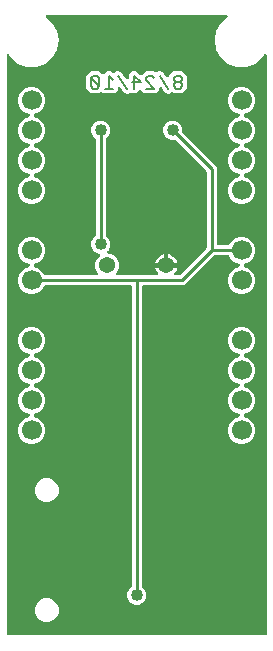
<source format=gbr>
G04 EAGLE Gerber RS-274X export*
G75*
%MOMM*%
%FSLAX34Y34*%
%LPD*%
%INBottom Copper*%
%IPPOS*%
%AMOC8*
5,1,8,0,0,1.08239X$1,22.5*%
G01*
%ADD10C,0.203200*%
%ADD11C,1.700000*%
%ADD12C,1.371600*%
%ADD13C,0.254000*%
%ADD14C,1.016000*%

G36*
X223384Y4080D02*
X223384Y4080D01*
X223503Y4087D01*
X223541Y4100D01*
X223582Y4105D01*
X223692Y4148D01*
X223805Y4185D01*
X223840Y4207D01*
X223877Y4222D01*
X223973Y4291D01*
X224074Y4355D01*
X224102Y4385D01*
X224135Y4408D01*
X224211Y4500D01*
X224292Y4587D01*
X224312Y4622D01*
X224337Y4653D01*
X224388Y4761D01*
X224446Y4865D01*
X224456Y4905D01*
X224473Y4941D01*
X224495Y5058D01*
X224525Y5173D01*
X224529Y5233D01*
X224533Y5253D01*
X224531Y5274D01*
X224535Y5334D01*
X224535Y495003D01*
X224517Y495148D01*
X224502Y495293D01*
X224497Y495306D01*
X224495Y495319D01*
X224442Y495454D01*
X224391Y495591D01*
X224383Y495602D01*
X224378Y495615D01*
X224293Y495732D01*
X224210Y495852D01*
X224199Y495861D01*
X224192Y495872D01*
X224080Y495965D01*
X223969Y496060D01*
X223957Y496066D01*
X223947Y496075D01*
X223815Y496137D01*
X223684Y496202D01*
X223671Y496205D01*
X223659Y496210D01*
X223517Y496238D01*
X223373Y496268D01*
X223360Y496268D01*
X223347Y496270D01*
X223202Y496261D01*
X223056Y496255D01*
X223042Y496251D01*
X223029Y496250D01*
X222891Y496206D01*
X222751Y496163D01*
X222739Y496156D01*
X222727Y496152D01*
X222604Y496075D01*
X222479Y495999D01*
X222469Y495989D01*
X222458Y495982D01*
X222358Y495876D01*
X222256Y495772D01*
X222246Y495757D01*
X222240Y495751D01*
X222232Y495736D01*
X222167Y495638D01*
X220785Y493245D01*
X214678Y488120D01*
X207186Y485393D01*
X199214Y485393D01*
X191722Y488120D01*
X185615Y493244D01*
X181629Y500149D01*
X180245Y508000D01*
X181629Y515851D01*
X185615Y522755D01*
X190785Y527094D01*
X190809Y527120D01*
X190838Y527140D01*
X190917Y527236D01*
X191001Y527327D01*
X191018Y527358D01*
X191041Y527385D01*
X191094Y527498D01*
X191153Y527607D01*
X191161Y527641D01*
X191176Y527673D01*
X191199Y527795D01*
X191230Y527915D01*
X191229Y527951D01*
X191236Y527986D01*
X191228Y528109D01*
X191227Y528233D01*
X191218Y528268D01*
X191216Y528303D01*
X191178Y528421D01*
X191146Y528541D01*
X191129Y528572D01*
X191118Y528605D01*
X191052Y528710D01*
X190991Y528819D01*
X190967Y528844D01*
X190948Y528874D01*
X190858Y528959D01*
X190772Y529049D01*
X190742Y529068D01*
X190716Y529092D01*
X190608Y529152D01*
X190503Y529218D01*
X190469Y529229D01*
X190438Y529246D01*
X190318Y529277D01*
X190200Y529314D01*
X190164Y529316D01*
X190130Y529325D01*
X189969Y529335D01*
X38631Y529335D01*
X38595Y529331D01*
X38560Y529333D01*
X38438Y529311D01*
X38315Y529295D01*
X38282Y529282D01*
X38247Y529276D01*
X38135Y529224D01*
X38019Y529178D01*
X37991Y529158D01*
X37959Y529143D01*
X37862Y529064D01*
X37762Y528992D01*
X37739Y528964D01*
X37712Y528942D01*
X37639Y528842D01*
X37559Y528747D01*
X37544Y528715D01*
X37523Y528686D01*
X37477Y528571D01*
X37424Y528459D01*
X37417Y528424D01*
X37404Y528391D01*
X37387Y528268D01*
X37364Y528147D01*
X37366Y528111D01*
X37361Y528076D01*
X37376Y527953D01*
X37384Y527829D01*
X37395Y527795D01*
X37399Y527760D01*
X37444Y527644D01*
X37482Y527527D01*
X37501Y527497D01*
X37513Y527464D01*
X37586Y527363D01*
X37652Y527258D01*
X37678Y527234D01*
X37698Y527205D01*
X37815Y527094D01*
X42985Y522756D01*
X46971Y515851D01*
X48355Y508000D01*
X46971Y500149D01*
X42985Y493245D01*
X36878Y488120D01*
X29386Y485393D01*
X21414Y485393D01*
X13922Y488120D01*
X7815Y493244D01*
X6433Y495638D01*
X6345Y495754D01*
X6260Y495872D01*
X6249Y495881D01*
X6241Y495891D01*
X6127Y495982D01*
X6015Y496075D01*
X6002Y496081D01*
X5992Y496089D01*
X5858Y496149D01*
X5727Y496210D01*
X5714Y496213D01*
X5701Y496218D01*
X5557Y496243D01*
X5414Y496270D01*
X5401Y496269D01*
X5388Y496272D01*
X5242Y496259D01*
X5097Y496250D01*
X5084Y496246D01*
X5071Y496245D01*
X4933Y496197D01*
X4795Y496152D01*
X4783Y496145D01*
X4770Y496141D01*
X4649Y496060D01*
X4526Y495982D01*
X4517Y495972D01*
X4505Y495965D01*
X4408Y495857D01*
X4308Y495751D01*
X4301Y495739D01*
X4292Y495729D01*
X4225Y495599D01*
X4154Y495472D01*
X4151Y495459D01*
X4145Y495447D01*
X4111Y495304D01*
X4075Y495164D01*
X4074Y495146D01*
X4072Y495137D01*
X4072Y495120D01*
X4065Y495003D01*
X4065Y5334D01*
X4080Y5216D01*
X4087Y5097D01*
X4100Y5059D01*
X4105Y5018D01*
X4148Y4908D01*
X4185Y4795D01*
X4207Y4760D01*
X4222Y4723D01*
X4291Y4627D01*
X4355Y4526D01*
X4385Y4498D01*
X4408Y4465D01*
X4500Y4389D01*
X4587Y4308D01*
X4622Y4288D01*
X4653Y4263D01*
X4761Y4212D01*
X4865Y4154D01*
X4905Y4144D01*
X4941Y4127D01*
X5058Y4105D01*
X5173Y4075D01*
X5233Y4071D01*
X5253Y4067D01*
X5274Y4069D01*
X5334Y4065D01*
X223266Y4065D01*
X223384Y4080D01*
G37*
%LPC*%
G36*
X112683Y29971D02*
X112683Y29971D01*
X109695Y31209D01*
X107409Y33495D01*
X106171Y36483D01*
X106171Y39717D01*
X107409Y42705D01*
X109610Y44905D01*
X109670Y44984D01*
X109738Y45056D01*
X109767Y45109D01*
X109804Y45157D01*
X109844Y45248D01*
X109892Y45334D01*
X109907Y45393D01*
X109931Y45448D01*
X109946Y45546D01*
X109971Y45642D01*
X109977Y45742D01*
X109981Y45763D01*
X109979Y45775D01*
X109981Y45803D01*
X109981Y299212D01*
X109966Y299330D01*
X109959Y299449D01*
X109946Y299487D01*
X109941Y299528D01*
X109898Y299638D01*
X109861Y299751D01*
X109839Y299786D01*
X109824Y299823D01*
X109755Y299919D01*
X109691Y300020D01*
X109661Y300048D01*
X109638Y300081D01*
X109546Y300157D01*
X109459Y300238D01*
X109424Y300258D01*
X109393Y300283D01*
X109285Y300334D01*
X109181Y300392D01*
X109141Y300402D01*
X109105Y300419D01*
X108988Y300441D01*
X108873Y300471D01*
X108813Y300475D01*
X108793Y300479D01*
X108772Y300477D01*
X108712Y300481D01*
X36959Y300481D01*
X36930Y300478D01*
X36901Y300480D01*
X36773Y300458D01*
X36644Y300441D01*
X36616Y300431D01*
X36587Y300426D01*
X36469Y300372D01*
X36348Y300324D01*
X36324Y300307D01*
X36297Y300295D01*
X36196Y300214D01*
X36091Y300138D01*
X36072Y300115D01*
X36049Y300096D01*
X35971Y299993D01*
X35888Y299893D01*
X35875Y299866D01*
X35858Y299842D01*
X35787Y299698D01*
X35191Y298258D01*
X31942Y295009D01*
X27697Y293251D01*
X23103Y293251D01*
X18858Y295009D01*
X15609Y298258D01*
X13851Y302503D01*
X13851Y307097D01*
X15609Y311342D01*
X18858Y314591D01*
X23051Y316327D01*
X23172Y316396D01*
X23295Y316461D01*
X23310Y316475D01*
X23327Y316485D01*
X23427Y316582D01*
X23530Y316675D01*
X23541Y316692D01*
X23556Y316706D01*
X23628Y316824D01*
X23705Y316941D01*
X23712Y316960D01*
X23722Y316977D01*
X23763Y317110D01*
X23808Y317242D01*
X23810Y317262D01*
X23816Y317281D01*
X23822Y317420D01*
X23833Y317559D01*
X23830Y317579D01*
X23831Y317599D01*
X23803Y317735D01*
X23779Y317872D01*
X23771Y317890D01*
X23767Y317910D01*
X23705Y318036D01*
X23648Y318162D01*
X23636Y318178D01*
X23627Y318196D01*
X23536Y318302D01*
X23450Y318410D01*
X23434Y318423D01*
X23421Y318438D01*
X23307Y318518D01*
X23196Y318602D01*
X23171Y318614D01*
X23161Y318621D01*
X23141Y318628D01*
X23051Y318673D01*
X18858Y320409D01*
X15609Y323658D01*
X13851Y327903D01*
X13851Y332497D01*
X15609Y336742D01*
X18858Y339991D01*
X23103Y341749D01*
X27697Y341749D01*
X31942Y339991D01*
X35191Y336742D01*
X36949Y332497D01*
X36949Y327903D01*
X35191Y323658D01*
X31942Y320409D01*
X27749Y318673D01*
X27628Y318604D01*
X27505Y318539D01*
X27490Y318525D01*
X27473Y318515D01*
X27373Y318418D01*
X27270Y318325D01*
X27259Y318308D01*
X27244Y318294D01*
X27171Y318175D01*
X27095Y318059D01*
X27088Y318040D01*
X27078Y318023D01*
X27037Y317890D01*
X26992Y317758D01*
X26990Y317738D01*
X26984Y317719D01*
X26978Y317580D01*
X26967Y317441D01*
X26970Y317421D01*
X26969Y317401D01*
X26997Y317265D01*
X27021Y317128D01*
X27029Y317109D01*
X27033Y317090D01*
X27095Y316964D01*
X27152Y316838D01*
X27164Y316822D01*
X27173Y316804D01*
X27264Y316698D01*
X27350Y316590D01*
X27366Y316577D01*
X27379Y316562D01*
X27493Y316482D01*
X27604Y316398D01*
X27629Y316386D01*
X27639Y316379D01*
X27659Y316372D01*
X27749Y316327D01*
X31942Y314591D01*
X35191Y311342D01*
X35787Y309902D01*
X35801Y309877D01*
X35811Y309849D01*
X35880Y309739D01*
X35944Y309626D01*
X35965Y309605D01*
X35981Y309580D01*
X36075Y309491D01*
X36166Y309398D01*
X36191Y309382D01*
X36212Y309362D01*
X36326Y309299D01*
X36437Y309231D01*
X36465Y309223D01*
X36491Y309208D01*
X36616Y309176D01*
X36741Y309138D01*
X36770Y309136D01*
X36799Y309129D01*
X36959Y309119D01*
X80607Y309119D01*
X80745Y309136D01*
X80883Y309149D01*
X80902Y309156D01*
X80922Y309159D01*
X81051Y309210D01*
X81182Y309257D01*
X81199Y309268D01*
X81218Y309276D01*
X81330Y309357D01*
X81446Y309435D01*
X81459Y309451D01*
X81475Y309462D01*
X81564Y309570D01*
X81656Y309674D01*
X81665Y309692D01*
X81678Y309707D01*
X81737Y309833D01*
X81801Y309957D01*
X81805Y309977D01*
X81814Y309995D01*
X81840Y310132D01*
X81870Y310267D01*
X81870Y310288D01*
X81873Y310307D01*
X81865Y310446D01*
X81861Y310585D01*
X81855Y310605D01*
X81854Y310625D01*
X81811Y310757D01*
X81772Y310891D01*
X81762Y310908D01*
X81756Y310927D01*
X81681Y311045D01*
X81611Y311165D01*
X81592Y311186D01*
X81586Y311196D01*
X81571Y311210D01*
X81504Y311285D01*
X80901Y311888D01*
X79393Y315529D01*
X79393Y319471D01*
X80901Y323112D01*
X82804Y325014D01*
X82835Y325054D01*
X82871Y325087D01*
X82932Y325179D01*
X82999Y325266D01*
X83019Y325311D01*
X83046Y325353D01*
X83082Y325457D01*
X83125Y325558D01*
X83133Y325607D01*
X83149Y325654D01*
X83158Y325763D01*
X83175Y325872D01*
X83171Y325921D01*
X83175Y325971D01*
X83156Y326079D01*
X83146Y326188D01*
X83129Y326235D01*
X83120Y326284D01*
X83075Y326384D01*
X83038Y326488D01*
X83010Y326529D01*
X82990Y326574D01*
X82921Y326660D01*
X82859Y326751D01*
X82822Y326784D01*
X82791Y326822D01*
X82703Y326888D01*
X82621Y326961D01*
X82577Y326984D01*
X82537Y327014D01*
X82392Y327085D01*
X79195Y328409D01*
X76909Y330695D01*
X75671Y333683D01*
X75671Y336917D01*
X76909Y339905D01*
X79110Y342105D01*
X79170Y342184D01*
X79238Y342256D01*
X79267Y342309D01*
X79304Y342357D01*
X79344Y342448D01*
X79392Y342534D01*
X79407Y342593D01*
X79431Y342648D01*
X79446Y342746D01*
X79471Y342842D01*
X79477Y342942D01*
X79481Y342963D01*
X79479Y342975D01*
X79481Y343003D01*
X79481Y424077D01*
X79469Y424175D01*
X79466Y424274D01*
X79449Y424333D01*
X79441Y424393D01*
X79405Y424485D01*
X79377Y424580D01*
X79347Y424632D01*
X79324Y424688D01*
X79266Y424768D01*
X79216Y424854D01*
X79150Y424929D01*
X79138Y424946D01*
X79128Y424954D01*
X79110Y424975D01*
X76909Y427175D01*
X75671Y430163D01*
X75671Y433397D01*
X76909Y436385D01*
X79195Y438671D01*
X82183Y439909D01*
X85417Y439909D01*
X88405Y438671D01*
X90691Y436385D01*
X91929Y433397D01*
X91929Y430163D01*
X90691Y427175D01*
X88490Y424975D01*
X88430Y424896D01*
X88362Y424824D01*
X88333Y424771D01*
X88296Y424723D01*
X88256Y424632D01*
X88208Y424546D01*
X88193Y424487D01*
X88169Y424432D01*
X88154Y424334D01*
X88129Y424238D01*
X88123Y424138D01*
X88119Y424117D01*
X88121Y424105D01*
X88119Y424077D01*
X88119Y343003D01*
X88131Y342905D01*
X88134Y342806D01*
X88151Y342747D01*
X88159Y342687D01*
X88195Y342595D01*
X88223Y342500D01*
X88253Y342448D01*
X88276Y342392D01*
X88334Y342312D01*
X88384Y342226D01*
X88450Y342151D01*
X88462Y342134D01*
X88472Y342126D01*
X88490Y342105D01*
X90691Y339905D01*
X91929Y336917D01*
X91929Y333683D01*
X90691Y330695D01*
X89569Y329573D01*
X89484Y329464D01*
X89395Y329357D01*
X89387Y329338D01*
X89374Y329322D01*
X89319Y329194D01*
X89260Y329069D01*
X89256Y329049D01*
X89248Y329030D01*
X89226Y328892D01*
X89200Y328756D01*
X89201Y328736D01*
X89198Y328716D01*
X89211Y328577D01*
X89220Y328439D01*
X89226Y328420D01*
X89228Y328400D01*
X89275Y328268D01*
X89318Y328137D01*
X89329Y328119D01*
X89336Y328100D01*
X89414Y327985D01*
X89488Y327868D01*
X89503Y327854D01*
X89514Y327837D01*
X89618Y327745D01*
X89720Y327650D01*
X89737Y327640D01*
X89753Y327627D01*
X89877Y327563D01*
X89998Y327496D01*
X90018Y327491D01*
X90036Y327482D01*
X90172Y327452D01*
X90306Y327417D01*
X90334Y327415D01*
X90346Y327412D01*
X90367Y327413D01*
X90467Y327407D01*
X91271Y327407D01*
X94912Y325899D01*
X97699Y323112D01*
X99207Y319471D01*
X99207Y315529D01*
X97699Y311888D01*
X97096Y311285D01*
X97011Y311176D01*
X96922Y311069D01*
X96913Y311050D01*
X96901Y311034D01*
X96845Y310906D01*
X96786Y310781D01*
X96783Y310761D01*
X96774Y310742D01*
X96753Y310604D01*
X96727Y310468D01*
X96728Y310448D01*
X96725Y310428D01*
X96738Y310289D01*
X96746Y310151D01*
X96752Y310132D01*
X96754Y310112D01*
X96802Y309981D01*
X96844Y309849D01*
X96855Y309831D01*
X96862Y309812D01*
X96940Y309698D01*
X97014Y309580D01*
X97029Y309566D01*
X97041Y309549D01*
X97145Y309457D01*
X97246Y309362D01*
X97264Y309352D01*
X97279Y309339D01*
X97403Y309276D01*
X97525Y309208D01*
X97544Y309203D01*
X97562Y309194D01*
X97698Y309164D01*
X97833Y309129D01*
X97861Y309127D01*
X97873Y309124D01*
X97893Y309125D01*
X97993Y309119D01*
X131325Y309119D01*
X131463Y309136D01*
X131602Y309149D01*
X131621Y309156D01*
X131641Y309159D01*
X131770Y309210D01*
X131901Y309257D01*
X131918Y309268D01*
X131936Y309276D01*
X132049Y309357D01*
X132164Y309435D01*
X132177Y309451D01*
X132194Y309462D01*
X132283Y309570D01*
X132375Y309674D01*
X132384Y309692D01*
X132397Y309707D01*
X132456Y309833D01*
X132519Y309957D01*
X132524Y309977D01*
X132532Y309995D01*
X132558Y310132D01*
X132589Y310267D01*
X132588Y310288D01*
X132592Y310307D01*
X132583Y310446D01*
X132579Y310585D01*
X132573Y310605D01*
X132572Y310625D01*
X132529Y310757D01*
X132491Y310891D01*
X132480Y310908D01*
X132474Y310927D01*
X132400Y311045D01*
X132329Y311165D01*
X132311Y311186D01*
X132304Y311196D01*
X132289Y311210D01*
X132223Y311286D01*
X132131Y311377D01*
X131262Y312574D01*
X130590Y313892D01*
X130133Y315299D01*
X130086Y315596D01*
X138665Y315596D01*
X138783Y315611D01*
X138902Y315618D01*
X138940Y315630D01*
X138980Y315636D01*
X139091Y315679D01*
X139204Y315716D01*
X139238Y315738D01*
X139276Y315753D01*
X139302Y315771D01*
X139362Y315743D01*
X139467Y315685D01*
X139506Y315675D01*
X139542Y315658D01*
X139659Y315636D01*
X139775Y315606D01*
X139835Y315602D01*
X139855Y315598D01*
X139875Y315600D01*
X139935Y315596D01*
X148514Y315596D01*
X148467Y315299D01*
X148010Y313892D01*
X147338Y312574D01*
X146469Y311377D01*
X146377Y311286D01*
X146292Y311176D01*
X146203Y311069D01*
X146195Y311050D01*
X146182Y311034D01*
X146127Y310906D01*
X146068Y310781D01*
X146064Y310761D01*
X146056Y310742D01*
X146034Y310605D01*
X146008Y310468D01*
X146009Y310448D01*
X146006Y310428D01*
X146019Y310290D01*
X146028Y310151D01*
X146034Y310132D01*
X146036Y310112D01*
X146083Y309981D01*
X146126Y309849D01*
X146137Y309832D01*
X146143Y309812D01*
X146222Y309697D01*
X146296Y309580D01*
X146311Y309566D01*
X146322Y309549D01*
X146426Y309457D01*
X146528Y309362D01*
X146545Y309352D01*
X146560Y309339D01*
X146685Y309275D01*
X146806Y309208D01*
X146826Y309203D01*
X146844Y309194D01*
X146980Y309164D01*
X147114Y309129D01*
X147142Y309127D01*
X147154Y309124D01*
X147175Y309125D01*
X147275Y309119D01*
X150085Y309119D01*
X150184Y309131D01*
X150283Y309134D01*
X150341Y309151D01*
X150401Y309159D01*
X150493Y309195D01*
X150588Y309223D01*
X150640Y309253D01*
X150697Y309276D01*
X150777Y309334D01*
X150862Y309384D01*
X150937Y309450D01*
X150954Y309462D01*
X150962Y309472D01*
X150983Y309490D01*
X173110Y331617D01*
X173170Y331695D01*
X173238Y331768D01*
X173267Y331821D01*
X173304Y331868D01*
X173344Y331959D01*
X173392Y332046D01*
X173407Y332105D01*
X173431Y332160D01*
X173446Y332258D01*
X173471Y332354D01*
X173477Y332454D01*
X173481Y332474D01*
X173479Y332487D01*
X173481Y332515D01*
X173481Y396465D01*
X173469Y396564D01*
X173466Y396663D01*
X173449Y396721D01*
X173441Y396781D01*
X173405Y396873D01*
X173377Y396968D01*
X173347Y397020D01*
X173324Y397077D01*
X173266Y397157D01*
X173216Y397242D01*
X173150Y397317D01*
X173138Y397334D01*
X173128Y397342D01*
X173110Y397363D01*
X147173Y423300D01*
X147095Y423360D01*
X147022Y423428D01*
X146969Y423457D01*
X146922Y423494D01*
X146831Y423534D01*
X146744Y423582D01*
X146685Y423597D01*
X146630Y423621D01*
X146532Y423636D01*
X146436Y423661D01*
X146336Y423667D01*
X146316Y423671D01*
X146303Y423669D01*
X146275Y423671D01*
X143163Y423671D01*
X140175Y424909D01*
X137889Y427195D01*
X136651Y430183D01*
X136651Y433417D01*
X137889Y436405D01*
X140175Y438691D01*
X143163Y439929D01*
X146397Y439929D01*
X149385Y438691D01*
X151671Y436405D01*
X152909Y433417D01*
X152909Y430305D01*
X152921Y430206D01*
X152924Y430107D01*
X152941Y430049D01*
X152949Y429989D01*
X152985Y429897D01*
X153013Y429802D01*
X153043Y429750D01*
X153066Y429693D01*
X153124Y429613D01*
X153174Y429528D01*
X153240Y429453D01*
X153252Y429436D01*
X153262Y429428D01*
X153280Y429407D01*
X182119Y400569D01*
X182119Y335788D01*
X182134Y335670D01*
X182141Y335551D01*
X182154Y335513D01*
X182159Y335472D01*
X182202Y335362D01*
X182239Y335249D01*
X182261Y335214D01*
X182276Y335177D01*
X182345Y335081D01*
X182409Y334980D01*
X182439Y334952D01*
X182462Y334919D01*
X182554Y334843D01*
X182641Y334762D01*
X182676Y334742D01*
X182707Y334717D01*
X182815Y334666D01*
X182919Y334608D01*
X182959Y334598D01*
X182995Y334581D01*
X183112Y334559D01*
X183227Y334529D01*
X183287Y334525D01*
X183307Y334521D01*
X183328Y334523D01*
X183388Y334519D01*
X191641Y334519D01*
X191670Y334522D01*
X191699Y334520D01*
X191827Y334542D01*
X191956Y334559D01*
X191984Y334569D01*
X192013Y334574D01*
X192131Y334628D01*
X192252Y334676D01*
X192276Y334693D01*
X192303Y334705D01*
X192404Y334786D01*
X192509Y334862D01*
X192528Y334885D01*
X192551Y334904D01*
X192629Y335007D01*
X192712Y335107D01*
X192725Y335134D01*
X192742Y335158D01*
X192813Y335302D01*
X193409Y336742D01*
X196658Y339991D01*
X200903Y341749D01*
X205497Y341749D01*
X209742Y339991D01*
X212991Y336742D01*
X214749Y332497D01*
X214749Y327903D01*
X212991Y323658D01*
X209742Y320409D01*
X205549Y318673D01*
X205428Y318604D01*
X205305Y318539D01*
X205290Y318525D01*
X205272Y318515D01*
X205173Y318418D01*
X205070Y318325D01*
X205059Y318308D01*
X205044Y318294D01*
X204972Y318176D01*
X204895Y318059D01*
X204888Y318040D01*
X204878Y318023D01*
X204837Y317890D01*
X204792Y317758D01*
X204790Y317738D01*
X204784Y317719D01*
X204778Y317580D01*
X204767Y317441D01*
X204770Y317421D01*
X204769Y317401D01*
X204797Y317265D01*
X204821Y317128D01*
X204829Y317109D01*
X204833Y317090D01*
X204895Y316965D01*
X204952Y316838D01*
X204964Y316822D01*
X204973Y316804D01*
X205063Y316698D01*
X205150Y316590D01*
X205166Y316577D01*
X205179Y316562D01*
X205293Y316482D01*
X205404Y316398D01*
X205429Y316386D01*
X205439Y316379D01*
X205459Y316372D01*
X205549Y316327D01*
X209742Y314591D01*
X212991Y311342D01*
X214749Y307097D01*
X214749Y302503D01*
X212991Y298258D01*
X209742Y295009D01*
X205497Y293251D01*
X200903Y293251D01*
X196658Y295009D01*
X193409Y298258D01*
X191651Y302503D01*
X191651Y307097D01*
X193409Y311342D01*
X196658Y314591D01*
X200851Y316327D01*
X200972Y316396D01*
X201095Y316461D01*
X201110Y316475D01*
X201128Y316485D01*
X201227Y316582D01*
X201330Y316675D01*
X201341Y316692D01*
X201356Y316706D01*
X201429Y316825D01*
X201505Y316941D01*
X201512Y316960D01*
X201522Y316977D01*
X201563Y317110D01*
X201608Y317242D01*
X201610Y317262D01*
X201616Y317281D01*
X201622Y317420D01*
X201633Y317559D01*
X201630Y317579D01*
X201631Y317599D01*
X201603Y317735D01*
X201579Y317872D01*
X201571Y317891D01*
X201567Y317910D01*
X201505Y318036D01*
X201448Y318162D01*
X201436Y318178D01*
X201427Y318196D01*
X201336Y318302D01*
X201250Y318410D01*
X201234Y318423D01*
X201221Y318438D01*
X201107Y318518D01*
X200996Y318602D01*
X200971Y318614D01*
X200961Y318621D01*
X200941Y318628D01*
X200851Y318673D01*
X196658Y320409D01*
X193409Y323658D01*
X192813Y325098D01*
X192799Y325123D01*
X192789Y325151D01*
X192720Y325261D01*
X192656Y325374D01*
X192635Y325395D01*
X192619Y325420D01*
X192525Y325509D01*
X192434Y325602D01*
X192409Y325618D01*
X192388Y325638D01*
X192274Y325701D01*
X192163Y325769D01*
X192135Y325777D01*
X192109Y325792D01*
X191984Y325824D01*
X191859Y325862D01*
X191830Y325864D01*
X191801Y325871D01*
X191641Y325881D01*
X180115Y325881D01*
X180016Y325869D01*
X179917Y325866D01*
X179859Y325849D01*
X179799Y325841D01*
X179707Y325805D01*
X179612Y325777D01*
X179560Y325747D01*
X179503Y325724D01*
X179423Y325666D01*
X179338Y325616D01*
X179263Y325550D01*
X179246Y325538D01*
X179238Y325528D01*
X179217Y325510D01*
X154189Y300481D01*
X119888Y300481D01*
X119770Y300466D01*
X119651Y300459D01*
X119613Y300446D01*
X119572Y300441D01*
X119462Y300398D01*
X119349Y300361D01*
X119314Y300339D01*
X119277Y300324D01*
X119181Y300255D01*
X119080Y300191D01*
X119052Y300161D01*
X119019Y300138D01*
X118943Y300046D01*
X118862Y299959D01*
X118842Y299924D01*
X118817Y299893D01*
X118766Y299785D01*
X118708Y299681D01*
X118698Y299641D01*
X118681Y299605D01*
X118659Y299488D01*
X118629Y299373D01*
X118625Y299313D01*
X118621Y299293D01*
X118623Y299272D01*
X118619Y299212D01*
X118619Y45803D01*
X118631Y45705D01*
X118634Y45606D01*
X118651Y45547D01*
X118659Y45487D01*
X118695Y45395D01*
X118723Y45300D01*
X118753Y45248D01*
X118776Y45192D01*
X118834Y45112D01*
X118884Y45026D01*
X118950Y44951D01*
X118962Y44934D01*
X118972Y44926D01*
X118990Y44905D01*
X121191Y42705D01*
X122429Y39717D01*
X122429Y36483D01*
X121191Y33495D01*
X118905Y31209D01*
X115917Y29971D01*
X112683Y29971D01*
G37*
%LPD*%
%LPC*%
G36*
X23103Y166251D02*
X23103Y166251D01*
X18858Y168009D01*
X15609Y171258D01*
X13851Y175503D01*
X13851Y180097D01*
X15609Y184342D01*
X18858Y187591D01*
X23051Y189327D01*
X23172Y189396D01*
X23295Y189461D01*
X23310Y189475D01*
X23327Y189485D01*
X23427Y189582D01*
X23530Y189675D01*
X23541Y189692D01*
X23556Y189706D01*
X23628Y189824D01*
X23705Y189941D01*
X23712Y189960D01*
X23722Y189977D01*
X23763Y190110D01*
X23808Y190242D01*
X23810Y190262D01*
X23816Y190281D01*
X23822Y190420D01*
X23833Y190559D01*
X23830Y190579D01*
X23831Y190599D01*
X23803Y190735D01*
X23779Y190872D01*
X23771Y190890D01*
X23767Y190910D01*
X23705Y191036D01*
X23648Y191162D01*
X23636Y191178D01*
X23627Y191196D01*
X23536Y191302D01*
X23450Y191410D01*
X23434Y191423D01*
X23421Y191438D01*
X23307Y191518D01*
X23196Y191602D01*
X23171Y191614D01*
X23161Y191621D01*
X23141Y191628D01*
X23051Y191673D01*
X18858Y193409D01*
X15609Y196658D01*
X13851Y200903D01*
X13851Y205497D01*
X15609Y209742D01*
X18858Y212991D01*
X23051Y214727D01*
X23172Y214796D01*
X23295Y214861D01*
X23310Y214875D01*
X23327Y214885D01*
X23427Y214982D01*
X23530Y215075D01*
X23541Y215092D01*
X23556Y215106D01*
X23628Y215224D01*
X23705Y215341D01*
X23712Y215360D01*
X23722Y215377D01*
X23763Y215510D01*
X23808Y215642D01*
X23810Y215662D01*
X23816Y215681D01*
X23822Y215820D01*
X23833Y215959D01*
X23830Y215979D01*
X23831Y215999D01*
X23803Y216135D01*
X23779Y216272D01*
X23771Y216290D01*
X23767Y216310D01*
X23705Y216436D01*
X23648Y216562D01*
X23636Y216578D01*
X23627Y216596D01*
X23536Y216702D01*
X23450Y216810D01*
X23434Y216823D01*
X23421Y216838D01*
X23307Y216918D01*
X23196Y217002D01*
X23171Y217014D01*
X23161Y217021D01*
X23141Y217028D01*
X23051Y217073D01*
X18858Y218809D01*
X15609Y222058D01*
X13851Y226303D01*
X13851Y230897D01*
X15609Y235142D01*
X18858Y238391D01*
X23051Y240127D01*
X23172Y240196D01*
X23295Y240261D01*
X23310Y240275D01*
X23327Y240285D01*
X23427Y240382D01*
X23530Y240475D01*
X23541Y240492D01*
X23556Y240506D01*
X23628Y240624D01*
X23705Y240741D01*
X23712Y240760D01*
X23722Y240777D01*
X23763Y240910D01*
X23808Y241042D01*
X23810Y241062D01*
X23816Y241081D01*
X23822Y241220D01*
X23833Y241359D01*
X23830Y241379D01*
X23831Y241399D01*
X23803Y241535D01*
X23779Y241672D01*
X23771Y241690D01*
X23767Y241710D01*
X23705Y241836D01*
X23648Y241962D01*
X23636Y241978D01*
X23627Y241996D01*
X23536Y242102D01*
X23450Y242210D01*
X23434Y242223D01*
X23421Y242238D01*
X23307Y242318D01*
X23196Y242402D01*
X23171Y242414D01*
X23161Y242421D01*
X23141Y242428D01*
X23051Y242473D01*
X18858Y244209D01*
X15609Y247458D01*
X13851Y251703D01*
X13851Y256297D01*
X15609Y260542D01*
X18858Y263791D01*
X23103Y265549D01*
X27697Y265549D01*
X31942Y263791D01*
X35191Y260542D01*
X36949Y256297D01*
X36949Y251703D01*
X35191Y247458D01*
X31942Y244209D01*
X27749Y242473D01*
X27628Y242404D01*
X27505Y242339D01*
X27490Y242325D01*
X27473Y242315D01*
X27373Y242218D01*
X27270Y242125D01*
X27259Y242108D01*
X27244Y242094D01*
X27171Y241975D01*
X27095Y241859D01*
X27088Y241840D01*
X27078Y241823D01*
X27037Y241690D01*
X26992Y241558D01*
X26990Y241538D01*
X26984Y241519D01*
X26978Y241380D01*
X26967Y241241D01*
X26970Y241221D01*
X26969Y241201D01*
X26997Y241065D01*
X27021Y240928D01*
X27029Y240909D01*
X27033Y240890D01*
X27095Y240764D01*
X27152Y240638D01*
X27164Y240622D01*
X27173Y240604D01*
X27264Y240498D01*
X27350Y240390D01*
X27366Y240377D01*
X27379Y240362D01*
X27493Y240282D01*
X27604Y240198D01*
X27629Y240186D01*
X27639Y240179D01*
X27659Y240172D01*
X27749Y240127D01*
X31942Y238391D01*
X35191Y235142D01*
X36949Y230897D01*
X36949Y226303D01*
X35191Y222058D01*
X31942Y218809D01*
X27749Y217073D01*
X27628Y217004D01*
X27505Y216939D01*
X27490Y216925D01*
X27473Y216915D01*
X27373Y216818D01*
X27270Y216725D01*
X27259Y216708D01*
X27244Y216694D01*
X27171Y216575D01*
X27095Y216459D01*
X27088Y216440D01*
X27078Y216423D01*
X27037Y216290D01*
X26992Y216158D01*
X26990Y216138D01*
X26984Y216119D01*
X26978Y215980D01*
X26967Y215841D01*
X26970Y215821D01*
X26969Y215801D01*
X26997Y215665D01*
X27021Y215528D01*
X27029Y215509D01*
X27033Y215490D01*
X27095Y215364D01*
X27152Y215238D01*
X27164Y215222D01*
X27173Y215204D01*
X27264Y215098D01*
X27350Y214990D01*
X27366Y214977D01*
X27379Y214962D01*
X27493Y214882D01*
X27604Y214798D01*
X27629Y214786D01*
X27639Y214779D01*
X27659Y214772D01*
X27749Y214727D01*
X31942Y212991D01*
X35191Y209742D01*
X36949Y205497D01*
X36949Y200903D01*
X35191Y196658D01*
X31942Y193409D01*
X27749Y191673D01*
X27628Y191604D01*
X27505Y191539D01*
X27490Y191525D01*
X27473Y191515D01*
X27373Y191418D01*
X27270Y191325D01*
X27259Y191308D01*
X27244Y191294D01*
X27171Y191175D01*
X27095Y191059D01*
X27088Y191040D01*
X27078Y191023D01*
X27037Y190890D01*
X26992Y190758D01*
X26990Y190738D01*
X26984Y190719D01*
X26978Y190580D01*
X26967Y190441D01*
X26970Y190421D01*
X26969Y190401D01*
X26997Y190265D01*
X27021Y190128D01*
X27029Y190109D01*
X27033Y190090D01*
X27095Y189964D01*
X27152Y189838D01*
X27164Y189822D01*
X27173Y189804D01*
X27264Y189698D01*
X27350Y189590D01*
X27366Y189577D01*
X27379Y189562D01*
X27493Y189482D01*
X27604Y189398D01*
X27629Y189386D01*
X27639Y189379D01*
X27659Y189372D01*
X27749Y189327D01*
X31942Y187591D01*
X35191Y184342D01*
X36949Y180097D01*
X36949Y175503D01*
X35191Y171258D01*
X31942Y168009D01*
X27697Y166251D01*
X23103Y166251D01*
G37*
%LPD*%
%LPC*%
G36*
X200903Y166251D02*
X200903Y166251D01*
X196658Y168009D01*
X193409Y171258D01*
X191651Y175503D01*
X191651Y180097D01*
X193409Y184342D01*
X196658Y187591D01*
X200851Y189327D01*
X200972Y189396D01*
X201095Y189461D01*
X201110Y189475D01*
X201127Y189485D01*
X201227Y189582D01*
X201330Y189675D01*
X201341Y189692D01*
X201356Y189706D01*
X201429Y189825D01*
X201505Y189941D01*
X201512Y189960D01*
X201522Y189977D01*
X201563Y190110D01*
X201608Y190242D01*
X201610Y190262D01*
X201616Y190281D01*
X201622Y190420D01*
X201633Y190559D01*
X201630Y190579D01*
X201631Y190599D01*
X201603Y190735D01*
X201579Y190872D01*
X201571Y190891D01*
X201567Y190910D01*
X201505Y191036D01*
X201448Y191162D01*
X201436Y191178D01*
X201427Y191196D01*
X201336Y191302D01*
X201250Y191410D01*
X201234Y191423D01*
X201221Y191438D01*
X201107Y191518D01*
X200996Y191602D01*
X200971Y191614D01*
X200961Y191621D01*
X200941Y191628D01*
X200851Y191673D01*
X196658Y193409D01*
X193409Y196658D01*
X191651Y200903D01*
X191651Y205497D01*
X193409Y209742D01*
X196658Y212991D01*
X200851Y214727D01*
X200972Y214796D01*
X201095Y214861D01*
X201110Y214875D01*
X201127Y214885D01*
X201227Y214982D01*
X201330Y215075D01*
X201341Y215092D01*
X201356Y215106D01*
X201429Y215225D01*
X201505Y215341D01*
X201512Y215360D01*
X201522Y215377D01*
X201563Y215510D01*
X201608Y215642D01*
X201610Y215662D01*
X201616Y215681D01*
X201622Y215820D01*
X201633Y215959D01*
X201630Y215979D01*
X201631Y215999D01*
X201603Y216135D01*
X201579Y216272D01*
X201571Y216291D01*
X201567Y216310D01*
X201505Y216436D01*
X201448Y216562D01*
X201436Y216578D01*
X201427Y216596D01*
X201336Y216702D01*
X201250Y216810D01*
X201234Y216823D01*
X201221Y216838D01*
X201107Y216918D01*
X200996Y217002D01*
X200971Y217014D01*
X200961Y217021D01*
X200941Y217028D01*
X200851Y217073D01*
X196658Y218809D01*
X193409Y222058D01*
X191651Y226303D01*
X191651Y230897D01*
X193409Y235142D01*
X196658Y238391D01*
X200851Y240127D01*
X200972Y240196D01*
X201095Y240261D01*
X201110Y240275D01*
X201127Y240285D01*
X201227Y240382D01*
X201330Y240475D01*
X201341Y240492D01*
X201356Y240506D01*
X201429Y240625D01*
X201505Y240741D01*
X201512Y240760D01*
X201522Y240777D01*
X201563Y240910D01*
X201608Y241042D01*
X201610Y241062D01*
X201616Y241081D01*
X201622Y241220D01*
X201633Y241359D01*
X201630Y241379D01*
X201631Y241399D01*
X201603Y241535D01*
X201579Y241672D01*
X201571Y241691D01*
X201567Y241710D01*
X201505Y241836D01*
X201448Y241962D01*
X201436Y241978D01*
X201427Y241996D01*
X201336Y242102D01*
X201250Y242210D01*
X201234Y242223D01*
X201221Y242238D01*
X201107Y242318D01*
X200996Y242402D01*
X200971Y242414D01*
X200961Y242421D01*
X200941Y242428D01*
X200851Y242473D01*
X196658Y244209D01*
X193409Y247458D01*
X191651Y251703D01*
X191651Y256297D01*
X193409Y260542D01*
X196658Y263791D01*
X200903Y265549D01*
X205497Y265549D01*
X209742Y263791D01*
X212991Y260542D01*
X214749Y256297D01*
X214749Y251703D01*
X212991Y247458D01*
X209742Y244209D01*
X205549Y242473D01*
X205428Y242404D01*
X205305Y242339D01*
X205290Y242325D01*
X205273Y242315D01*
X205173Y242218D01*
X205070Y242125D01*
X205059Y242108D01*
X205044Y242094D01*
X204972Y241976D01*
X204895Y241859D01*
X204888Y241840D01*
X204878Y241823D01*
X204837Y241690D01*
X204792Y241558D01*
X204790Y241538D01*
X204784Y241519D01*
X204778Y241380D01*
X204767Y241241D01*
X204770Y241221D01*
X204769Y241201D01*
X204797Y241065D01*
X204821Y240928D01*
X204829Y240910D01*
X204833Y240890D01*
X204895Y240764D01*
X204952Y240638D01*
X204964Y240622D01*
X204973Y240604D01*
X205064Y240498D01*
X205150Y240390D01*
X205166Y240377D01*
X205179Y240362D01*
X205293Y240282D01*
X205404Y240198D01*
X205429Y240186D01*
X205439Y240179D01*
X205459Y240172D01*
X205549Y240127D01*
X209742Y238391D01*
X212991Y235142D01*
X214749Y230897D01*
X214749Y226303D01*
X212991Y222058D01*
X209742Y218809D01*
X205549Y217073D01*
X205428Y217004D01*
X205305Y216939D01*
X205290Y216925D01*
X205273Y216915D01*
X205173Y216818D01*
X205070Y216725D01*
X205059Y216708D01*
X205044Y216694D01*
X204972Y216576D01*
X204895Y216459D01*
X204888Y216440D01*
X204878Y216423D01*
X204837Y216290D01*
X204792Y216158D01*
X204790Y216138D01*
X204784Y216119D01*
X204778Y215980D01*
X204767Y215841D01*
X204770Y215821D01*
X204769Y215801D01*
X204797Y215665D01*
X204821Y215528D01*
X204829Y215510D01*
X204833Y215490D01*
X204895Y215364D01*
X204952Y215238D01*
X204964Y215222D01*
X204973Y215204D01*
X205064Y215098D01*
X205150Y214990D01*
X205166Y214977D01*
X205179Y214962D01*
X205293Y214882D01*
X205404Y214798D01*
X205429Y214786D01*
X205439Y214779D01*
X205459Y214772D01*
X205549Y214727D01*
X209742Y212991D01*
X212991Y209742D01*
X214749Y205497D01*
X214749Y200903D01*
X212991Y196658D01*
X209742Y193409D01*
X205549Y191673D01*
X205428Y191604D01*
X205305Y191539D01*
X205290Y191525D01*
X205273Y191515D01*
X205173Y191418D01*
X205070Y191325D01*
X205059Y191308D01*
X205044Y191294D01*
X204972Y191176D01*
X204895Y191059D01*
X204888Y191040D01*
X204878Y191023D01*
X204837Y190890D01*
X204792Y190758D01*
X204790Y190738D01*
X204784Y190719D01*
X204778Y190580D01*
X204767Y190441D01*
X204770Y190421D01*
X204769Y190401D01*
X204797Y190265D01*
X204821Y190128D01*
X204829Y190110D01*
X204833Y190090D01*
X204895Y189964D01*
X204952Y189838D01*
X204964Y189822D01*
X204973Y189804D01*
X205064Y189698D01*
X205150Y189590D01*
X205166Y189577D01*
X205179Y189562D01*
X205293Y189482D01*
X205404Y189398D01*
X205429Y189386D01*
X205439Y189379D01*
X205459Y189372D01*
X205549Y189327D01*
X209742Y187591D01*
X212991Y184342D01*
X214749Y180097D01*
X214749Y175503D01*
X212991Y171258D01*
X209742Y168009D01*
X205497Y166251D01*
X200903Y166251D01*
G37*
%LPD*%
%LPC*%
G36*
X23103Y369451D02*
X23103Y369451D01*
X18858Y371209D01*
X15609Y374458D01*
X13851Y378703D01*
X13851Y383297D01*
X15609Y387542D01*
X18858Y390791D01*
X23051Y392527D01*
X23172Y392596D01*
X23295Y392661D01*
X23310Y392675D01*
X23327Y392685D01*
X23427Y392782D01*
X23530Y392875D01*
X23541Y392892D01*
X23556Y392906D01*
X23628Y393024D01*
X23705Y393141D01*
X23712Y393160D01*
X23722Y393177D01*
X23763Y393310D01*
X23808Y393442D01*
X23810Y393462D01*
X23816Y393481D01*
X23822Y393620D01*
X23833Y393759D01*
X23830Y393779D01*
X23831Y393799D01*
X23803Y393935D01*
X23779Y394072D01*
X23771Y394090D01*
X23767Y394110D01*
X23705Y394236D01*
X23648Y394362D01*
X23636Y394378D01*
X23627Y394396D01*
X23536Y394502D01*
X23450Y394610D01*
X23434Y394623D01*
X23421Y394638D01*
X23307Y394718D01*
X23196Y394802D01*
X23171Y394814D01*
X23161Y394821D01*
X23141Y394828D01*
X23051Y394873D01*
X18858Y396609D01*
X15609Y399858D01*
X13851Y404103D01*
X13851Y408697D01*
X15609Y412942D01*
X18858Y416191D01*
X23051Y417927D01*
X23172Y417996D01*
X23295Y418061D01*
X23310Y418075D01*
X23327Y418085D01*
X23427Y418182D01*
X23530Y418275D01*
X23541Y418292D01*
X23556Y418306D01*
X23628Y418424D01*
X23705Y418541D01*
X23712Y418560D01*
X23722Y418577D01*
X23763Y418710D01*
X23808Y418842D01*
X23810Y418862D01*
X23816Y418881D01*
X23822Y419020D01*
X23833Y419159D01*
X23830Y419179D01*
X23831Y419199D01*
X23803Y419335D01*
X23779Y419472D01*
X23771Y419490D01*
X23767Y419510D01*
X23705Y419636D01*
X23648Y419762D01*
X23636Y419778D01*
X23627Y419796D01*
X23536Y419902D01*
X23450Y420010D01*
X23434Y420023D01*
X23421Y420038D01*
X23312Y420114D01*
X23290Y420136D01*
X23267Y420148D01*
X23196Y420202D01*
X23171Y420214D01*
X23161Y420221D01*
X23141Y420228D01*
X23051Y420273D01*
X18858Y422009D01*
X15609Y425258D01*
X13851Y429503D01*
X13851Y434097D01*
X15609Y438342D01*
X18858Y441591D01*
X23051Y443327D01*
X23110Y443361D01*
X23163Y443382D01*
X23212Y443418D01*
X23295Y443461D01*
X23310Y443475D01*
X23327Y443485D01*
X23395Y443550D01*
X23421Y443569D01*
X23443Y443596D01*
X23530Y443675D01*
X23541Y443692D01*
X23556Y443706D01*
X23617Y443806D01*
X23624Y443814D01*
X23629Y443825D01*
X23705Y443941D01*
X23712Y443960D01*
X23722Y443977D01*
X23763Y444110D01*
X23808Y444242D01*
X23810Y444262D01*
X23816Y444281D01*
X23822Y444420D01*
X23833Y444559D01*
X23830Y444579D01*
X23831Y444599D01*
X23803Y444735D01*
X23779Y444872D01*
X23771Y444890D01*
X23767Y444910D01*
X23705Y445036D01*
X23648Y445162D01*
X23636Y445178D01*
X23627Y445196D01*
X23536Y445302D01*
X23450Y445410D01*
X23434Y445423D01*
X23421Y445438D01*
X23307Y445518D01*
X23196Y445602D01*
X23171Y445614D01*
X23161Y445621D01*
X23141Y445628D01*
X23051Y445673D01*
X18858Y447409D01*
X15609Y450658D01*
X13851Y454903D01*
X13851Y459497D01*
X15609Y463742D01*
X18858Y466991D01*
X23103Y468749D01*
X27697Y468749D01*
X31942Y466991D01*
X35191Y463742D01*
X36949Y459497D01*
X36949Y454903D01*
X35191Y450658D01*
X31942Y447409D01*
X27749Y445673D01*
X27628Y445604D01*
X27505Y445539D01*
X27490Y445525D01*
X27473Y445515D01*
X27373Y445418D01*
X27270Y445325D01*
X27259Y445308D01*
X27244Y445294D01*
X27171Y445175D01*
X27095Y445059D01*
X27088Y445040D01*
X27078Y445023D01*
X27037Y444890D01*
X26992Y444758D01*
X26990Y444738D01*
X26984Y444719D01*
X26978Y444580D01*
X26967Y444441D01*
X26970Y444421D01*
X26969Y444401D01*
X26997Y444265D01*
X27021Y444128D01*
X27029Y444109D01*
X27033Y444090D01*
X27095Y443964D01*
X27152Y443838D01*
X27164Y443822D01*
X27173Y443804D01*
X27257Y443706D01*
X27269Y443686D01*
X27284Y443672D01*
X27350Y443590D01*
X27366Y443577D01*
X27379Y443562D01*
X27466Y443501D01*
X27501Y443468D01*
X27539Y443447D01*
X27604Y443398D01*
X27629Y443386D01*
X27639Y443379D01*
X27659Y443372D01*
X27749Y443327D01*
X31942Y441591D01*
X35191Y438342D01*
X36949Y434097D01*
X36949Y429503D01*
X35191Y425258D01*
X31942Y422009D01*
X27749Y420273D01*
X27691Y420239D01*
X27646Y420222D01*
X27603Y420191D01*
X27505Y420139D01*
X27490Y420125D01*
X27473Y420115D01*
X27393Y420038D01*
X27389Y420035D01*
X27385Y420030D01*
X27373Y420018D01*
X27270Y419925D01*
X27259Y419908D01*
X27244Y419894D01*
X27171Y419775D01*
X27095Y419659D01*
X27088Y419640D01*
X27078Y419623D01*
X27037Y419490D01*
X26992Y419358D01*
X26990Y419338D01*
X26984Y419319D01*
X26978Y419180D01*
X26967Y419041D01*
X26970Y419021D01*
X26969Y419001D01*
X26997Y418865D01*
X27021Y418728D01*
X27029Y418709D01*
X27033Y418690D01*
X27095Y418564D01*
X27152Y418438D01*
X27164Y418422D01*
X27173Y418404D01*
X27264Y418298D01*
X27350Y418190D01*
X27366Y418177D01*
X27379Y418162D01*
X27493Y418082D01*
X27604Y417998D01*
X27629Y417986D01*
X27639Y417979D01*
X27659Y417972D01*
X27749Y417927D01*
X31942Y416191D01*
X35191Y412942D01*
X36949Y408697D01*
X36949Y404103D01*
X35191Y399858D01*
X31942Y396609D01*
X27749Y394873D01*
X27694Y394842D01*
X27682Y394837D01*
X27669Y394827D01*
X27628Y394804D01*
X27505Y394739D01*
X27490Y394725D01*
X27473Y394715D01*
X27373Y394618D01*
X27270Y394525D01*
X27259Y394508D01*
X27244Y394494D01*
X27171Y394375D01*
X27095Y394259D01*
X27088Y394240D01*
X27078Y394223D01*
X27037Y394090D01*
X26992Y393958D01*
X26990Y393938D01*
X26984Y393919D01*
X26978Y393780D01*
X26967Y393641D01*
X26970Y393621D01*
X26969Y393601D01*
X26997Y393465D01*
X27021Y393328D01*
X27029Y393309D01*
X27033Y393290D01*
X27095Y393164D01*
X27152Y393038D01*
X27164Y393022D01*
X27173Y393004D01*
X27264Y392898D01*
X27350Y392790D01*
X27366Y392777D01*
X27379Y392762D01*
X27493Y392682D01*
X27604Y392598D01*
X27629Y392586D01*
X27639Y392579D01*
X27659Y392572D01*
X27749Y392527D01*
X31942Y390791D01*
X35191Y387542D01*
X36949Y383297D01*
X36949Y378703D01*
X35191Y374458D01*
X31942Y371209D01*
X27697Y369451D01*
X23103Y369451D01*
G37*
%LPD*%
%LPC*%
G36*
X200903Y369451D02*
X200903Y369451D01*
X196658Y371209D01*
X193409Y374458D01*
X191651Y378703D01*
X191651Y383297D01*
X193409Y387542D01*
X196658Y390791D01*
X200851Y392527D01*
X200972Y392596D01*
X201095Y392661D01*
X201110Y392675D01*
X201128Y392685D01*
X201227Y392782D01*
X201330Y392875D01*
X201341Y392892D01*
X201356Y392906D01*
X201429Y393025D01*
X201505Y393141D01*
X201512Y393160D01*
X201522Y393177D01*
X201563Y393310D01*
X201608Y393442D01*
X201610Y393462D01*
X201616Y393481D01*
X201622Y393620D01*
X201633Y393759D01*
X201630Y393779D01*
X201631Y393799D01*
X201603Y393935D01*
X201579Y394072D01*
X201571Y394091D01*
X201567Y394110D01*
X201505Y394236D01*
X201448Y394362D01*
X201436Y394378D01*
X201427Y394396D01*
X201336Y394502D01*
X201250Y394610D01*
X201234Y394623D01*
X201221Y394638D01*
X201107Y394718D01*
X200996Y394802D01*
X200971Y394814D01*
X200961Y394821D01*
X200941Y394828D01*
X200851Y394873D01*
X196658Y396609D01*
X193409Y399858D01*
X191651Y404103D01*
X191651Y408697D01*
X193409Y412942D01*
X196658Y416191D01*
X200851Y417927D01*
X200972Y417996D01*
X201095Y418061D01*
X201110Y418075D01*
X201128Y418085D01*
X201227Y418182D01*
X201330Y418275D01*
X201341Y418292D01*
X201356Y418306D01*
X201429Y418425D01*
X201505Y418541D01*
X201512Y418560D01*
X201522Y418577D01*
X201563Y418710D01*
X201608Y418842D01*
X201610Y418862D01*
X201616Y418881D01*
X201622Y419020D01*
X201633Y419159D01*
X201630Y419179D01*
X201631Y419199D01*
X201603Y419335D01*
X201579Y419472D01*
X201571Y419491D01*
X201567Y419510D01*
X201505Y419636D01*
X201448Y419762D01*
X201436Y419778D01*
X201427Y419796D01*
X201336Y419902D01*
X201250Y420010D01*
X201234Y420023D01*
X201221Y420038D01*
X201113Y420114D01*
X201090Y420136D01*
X201067Y420148D01*
X200996Y420202D01*
X200971Y420214D01*
X200961Y420221D01*
X200941Y420228D01*
X200851Y420273D01*
X196658Y422009D01*
X193409Y425258D01*
X191651Y429503D01*
X191651Y434097D01*
X193409Y438342D01*
X196658Y441591D01*
X200851Y443327D01*
X200910Y443361D01*
X200963Y443382D01*
X201012Y443417D01*
X201095Y443461D01*
X201110Y443475D01*
X201128Y443485D01*
X201195Y443550D01*
X201221Y443569D01*
X201243Y443596D01*
X201330Y443675D01*
X201341Y443692D01*
X201356Y443706D01*
X201417Y443807D01*
X201424Y443814D01*
X201429Y443825D01*
X201505Y443941D01*
X201512Y443960D01*
X201522Y443977D01*
X201563Y444110D01*
X201608Y444242D01*
X201610Y444262D01*
X201616Y444281D01*
X201622Y444420D01*
X201633Y444559D01*
X201630Y444579D01*
X201631Y444599D01*
X201603Y444735D01*
X201579Y444872D01*
X201571Y444891D01*
X201567Y444910D01*
X201505Y445036D01*
X201448Y445162D01*
X201436Y445178D01*
X201427Y445196D01*
X201336Y445302D01*
X201250Y445410D01*
X201234Y445423D01*
X201221Y445438D01*
X201107Y445518D01*
X200996Y445602D01*
X200971Y445614D01*
X200961Y445621D01*
X200941Y445628D01*
X200851Y445673D01*
X196658Y447409D01*
X193409Y450658D01*
X191651Y454903D01*
X191651Y459497D01*
X193409Y463742D01*
X196658Y466991D01*
X200903Y468749D01*
X205497Y468749D01*
X209742Y466991D01*
X212991Y463742D01*
X214749Y459497D01*
X214749Y454903D01*
X212991Y450658D01*
X209742Y447409D01*
X205549Y445673D01*
X205428Y445604D01*
X205305Y445539D01*
X205290Y445525D01*
X205272Y445515D01*
X205173Y445418D01*
X205070Y445325D01*
X205059Y445308D01*
X205044Y445294D01*
X204971Y445175D01*
X204895Y445059D01*
X204888Y445040D01*
X204878Y445023D01*
X204837Y444890D01*
X204792Y444758D01*
X204790Y444738D01*
X204784Y444719D01*
X204778Y444580D01*
X204767Y444441D01*
X204770Y444421D01*
X204769Y444401D01*
X204797Y444265D01*
X204821Y444128D01*
X204829Y444109D01*
X204833Y444090D01*
X204895Y443965D01*
X204952Y443838D01*
X204964Y443822D01*
X204973Y443804D01*
X205057Y443706D01*
X205069Y443686D01*
X205084Y443672D01*
X205150Y443590D01*
X205166Y443577D01*
X205179Y443562D01*
X205266Y443501D01*
X205301Y443468D01*
X205339Y443447D01*
X205404Y443398D01*
X205429Y443386D01*
X205439Y443379D01*
X205459Y443372D01*
X205549Y443327D01*
X209742Y441591D01*
X212991Y438342D01*
X214749Y434097D01*
X214749Y429503D01*
X212991Y425258D01*
X209742Y422009D01*
X205549Y420273D01*
X205491Y420239D01*
X205446Y420222D01*
X205403Y420191D01*
X205305Y420139D01*
X205290Y420125D01*
X205272Y420115D01*
X205193Y420038D01*
X205189Y420035D01*
X205184Y420030D01*
X205173Y420018D01*
X205070Y419925D01*
X205059Y419908D01*
X205044Y419894D01*
X204972Y419776D01*
X204895Y419659D01*
X204888Y419640D01*
X204878Y419623D01*
X204837Y419490D01*
X204792Y419358D01*
X204790Y419338D01*
X204784Y419319D01*
X204778Y419180D01*
X204767Y419041D01*
X204770Y419021D01*
X204769Y419001D01*
X204797Y418865D01*
X204821Y418728D01*
X204829Y418709D01*
X204833Y418690D01*
X204895Y418565D01*
X204952Y418438D01*
X204964Y418422D01*
X204973Y418404D01*
X205063Y418298D01*
X205150Y418190D01*
X205166Y418177D01*
X205179Y418162D01*
X205293Y418082D01*
X205404Y417998D01*
X205429Y417986D01*
X205439Y417979D01*
X205459Y417972D01*
X205549Y417927D01*
X209742Y416191D01*
X212991Y412942D01*
X214749Y408697D01*
X214749Y404103D01*
X212991Y399858D01*
X209742Y396609D01*
X205549Y394873D01*
X205494Y394842D01*
X205482Y394837D01*
X205469Y394827D01*
X205428Y394804D01*
X205305Y394739D01*
X205290Y394725D01*
X205272Y394715D01*
X205173Y394618D01*
X205070Y394525D01*
X205059Y394508D01*
X205044Y394494D01*
X204972Y394376D01*
X204895Y394259D01*
X204888Y394240D01*
X204878Y394223D01*
X204837Y394090D01*
X204792Y393958D01*
X204790Y393938D01*
X204784Y393919D01*
X204778Y393780D01*
X204767Y393641D01*
X204770Y393621D01*
X204769Y393601D01*
X204797Y393465D01*
X204821Y393328D01*
X204829Y393309D01*
X204833Y393290D01*
X204895Y393165D01*
X204952Y393038D01*
X204964Y393022D01*
X204973Y393004D01*
X205063Y392898D01*
X205150Y392790D01*
X205166Y392777D01*
X205179Y392762D01*
X205293Y392682D01*
X205404Y392598D01*
X205429Y392586D01*
X205439Y392579D01*
X205459Y392572D01*
X205549Y392527D01*
X209742Y390791D01*
X212991Y387542D01*
X214749Y383297D01*
X214749Y378703D01*
X212991Y374458D01*
X209742Y371209D01*
X205497Y369451D01*
X200903Y369451D01*
G37*
%LPD*%
%LPC*%
G36*
X138512Y463450D02*
X138512Y463450D01*
X135656Y467734D01*
X135587Y467813D01*
X135526Y467899D01*
X135484Y467933D01*
X135448Y467974D01*
X135362Y468034D01*
X135281Y468101D01*
X135231Y468125D01*
X135187Y468156D01*
X135088Y468192D01*
X134993Y468237D01*
X134939Y468247D01*
X134888Y468266D01*
X134784Y468277D01*
X134681Y468297D01*
X134626Y468293D01*
X134572Y468299D01*
X134468Y468283D01*
X134363Y468277D01*
X134311Y468260D01*
X134257Y468252D01*
X134161Y468211D01*
X134061Y468179D01*
X134015Y468150D01*
X133964Y468129D01*
X133881Y468065D01*
X133792Y468009D01*
X133755Y467969D01*
X133711Y467936D01*
X133646Y467854D01*
X133574Y467777D01*
X133548Y467729D01*
X133514Y467687D01*
X133471Y467591D01*
X133420Y467499D01*
X133407Y467446D01*
X133385Y467396D01*
X133367Y467292D01*
X133341Y467191D01*
X133335Y467104D01*
X133332Y467083D01*
X133333Y467067D01*
X133331Y467030D01*
X133331Y465422D01*
X130950Y463041D01*
X120464Y463041D01*
X118088Y465417D01*
X117994Y465490D01*
X117905Y465569D01*
X117869Y465587D01*
X117837Y465612D01*
X117728Y465660D01*
X117622Y465714D01*
X117582Y465723D01*
X117545Y465739D01*
X117427Y465757D01*
X117311Y465783D01*
X117271Y465782D01*
X117231Y465788D01*
X117112Y465777D01*
X116994Y465774D01*
X116955Y465762D01*
X116914Y465759D01*
X116802Y465718D01*
X116688Y465685D01*
X116653Y465665D01*
X116615Y465651D01*
X116516Y465584D01*
X116414Y465524D01*
X116369Y465484D01*
X116352Y465472D01*
X116339Y465457D01*
X116293Y465417D01*
X113917Y463041D01*
X110550Y463041D01*
X109909Y463682D01*
X109790Y463774D01*
X109668Y463871D01*
X109663Y463873D01*
X109658Y463877D01*
X109519Y463937D01*
X109378Y464000D01*
X109372Y464001D01*
X109366Y464003D01*
X109214Y464027D01*
X109064Y464053D01*
X109058Y464052D01*
X109052Y464053D01*
X108898Y464039D01*
X108747Y464026D01*
X108742Y464024D01*
X108735Y464023D01*
X108591Y463971D01*
X108447Y463921D01*
X108440Y463917D01*
X108436Y463916D01*
X108428Y463910D01*
X108308Y463841D01*
X106732Y462790D01*
X103430Y463450D01*
X100574Y467734D01*
X100505Y467813D01*
X100444Y467899D01*
X100402Y467933D01*
X100366Y467974D01*
X100280Y468034D01*
X100199Y468101D01*
X100149Y468125D01*
X100105Y468156D01*
X100006Y468192D01*
X99911Y468237D01*
X99857Y468247D01*
X99806Y468266D01*
X99702Y468277D01*
X99599Y468297D01*
X99544Y468293D01*
X99490Y468299D01*
X99386Y468283D01*
X99281Y468277D01*
X99229Y468260D01*
X99176Y468252D01*
X99079Y468211D01*
X98979Y468179D01*
X98933Y468150D01*
X98882Y468129D01*
X98799Y468065D01*
X98710Y468009D01*
X98673Y467969D01*
X98629Y467936D01*
X98564Y467854D01*
X98492Y467777D01*
X98466Y467729D01*
X98432Y467687D01*
X98389Y467591D01*
X98339Y467499D01*
X98325Y467446D01*
X98303Y467396D01*
X98285Y467292D01*
X98259Y467191D01*
X98254Y467104D01*
X98250Y467083D01*
X98251Y467067D01*
X98249Y467030D01*
X98249Y465422D01*
X95868Y463041D01*
X85382Y463041D01*
X84786Y463638D01*
X84692Y463711D01*
X84603Y463790D01*
X84566Y463808D01*
X84535Y463833D01*
X84425Y463880D01*
X84319Y463934D01*
X84280Y463943D01*
X84243Y463959D01*
X84125Y463978D01*
X84009Y464004D01*
X83969Y464003D01*
X83929Y464009D01*
X83810Y463998D01*
X83691Y463994D01*
X83652Y463983D01*
X83612Y463979D01*
X83500Y463939D01*
X83386Y463906D01*
X83351Y463885D01*
X83313Y463872D01*
X83214Y463805D01*
X83112Y463744D01*
X83067Y463704D01*
X83050Y463693D01*
X83036Y463678D01*
X82991Y463638D01*
X82394Y463041D01*
X75468Y463041D01*
X72715Y465794D01*
X71307Y467202D01*
X71307Y475300D01*
X71307Y477687D01*
X72715Y479095D01*
X75468Y481848D01*
X78501Y481848D01*
X78502Y481848D01*
X79360Y481848D01*
X79361Y481848D01*
X82394Y481848D01*
X84770Y479472D01*
X84865Y479399D01*
X84954Y479320D01*
X84990Y479302D01*
X85022Y479277D01*
X85131Y479230D01*
X85237Y479175D01*
X85276Y479167D01*
X85314Y479151D01*
X85431Y479132D01*
X85547Y479106D01*
X85588Y479107D01*
X85628Y479101D01*
X85746Y479112D01*
X85865Y479115D01*
X85904Y479127D01*
X85944Y479130D01*
X86056Y479171D01*
X86171Y479204D01*
X86205Y479224D01*
X86244Y479238D01*
X86342Y479305D01*
X86445Y479365D01*
X86490Y479405D01*
X86507Y479417D01*
X86520Y479432D01*
X86565Y479472D01*
X88941Y481848D01*
X92309Y481848D01*
X93661Y480495D01*
X93781Y480402D01*
X93902Y480307D01*
X93908Y480304D01*
X93912Y480300D01*
X94052Y480240D01*
X94193Y480178D01*
X94199Y480177D01*
X94204Y480174D01*
X94357Y480150D01*
X94506Y480125D01*
X94512Y480125D01*
X94518Y480124D01*
X94672Y480139D01*
X94823Y480151D01*
X94829Y480153D01*
X94835Y480154D01*
X94979Y480206D01*
X95123Y480256D01*
X95131Y480260D01*
X95134Y480262D01*
X95142Y480267D01*
X95263Y480337D01*
X97906Y482099D01*
X101208Y481439D01*
X105346Y475232D01*
X105402Y475168D01*
X105450Y475097D01*
X105505Y475048D01*
X105554Y474992D01*
X105624Y474943D01*
X105688Y474887D01*
X105754Y474853D01*
X105816Y474810D01*
X105895Y474781D01*
X105971Y474742D01*
X106044Y474726D01*
X106114Y474700D01*
X106198Y474691D01*
X106281Y474673D01*
X106356Y474675D01*
X106430Y474667D01*
X106514Y474680D01*
X106599Y474682D01*
X106671Y474703D01*
X106745Y474714D01*
X106823Y474747D01*
X106905Y474771D01*
X106969Y474808D01*
X107038Y474837D01*
X107106Y474889D01*
X107179Y474932D01*
X107283Y475024D01*
X107291Y475030D01*
X107293Y475033D01*
X107300Y475039D01*
X107797Y475536D01*
X107858Y475614D01*
X107926Y475686D01*
X107955Y475739D01*
X107992Y475787D01*
X108031Y475878D01*
X108079Y475965D01*
X108094Y476024D01*
X108118Y476079D01*
X108134Y476177D01*
X108159Y476273D01*
X108165Y476373D01*
X108168Y476393D01*
X108167Y476406D01*
X108169Y476433D01*
X108169Y479467D01*
X110550Y481848D01*
X113917Y481848D01*
X117183Y478582D01*
X117277Y478509D01*
X117366Y478430D01*
X117402Y478412D01*
X117434Y478387D01*
X117544Y478340D01*
X117650Y478286D01*
X117689Y478277D01*
X117726Y478261D01*
X117844Y478242D01*
X117960Y478216D01*
X118000Y478217D01*
X118040Y478211D01*
X118159Y478222D01*
X118278Y478226D01*
X118317Y478237D01*
X118357Y478241D01*
X118469Y478281D01*
X118583Y478314D01*
X118618Y478335D01*
X118656Y478348D01*
X118755Y478415D01*
X118857Y478476D01*
X118902Y478515D01*
X118919Y478527D01*
X118933Y478542D01*
X118978Y478582D01*
X119491Y479095D01*
X122244Y481848D01*
X125277Y481848D01*
X126136Y481848D01*
X126137Y481848D01*
X129170Y481848D01*
X129811Y481207D01*
X129930Y481115D01*
X130052Y481019D01*
X130057Y481016D01*
X130062Y481012D01*
X130201Y480952D01*
X130342Y480889D01*
X130348Y480888D01*
X130354Y480886D01*
X130506Y480862D01*
X130656Y480837D01*
X130662Y480837D01*
X130668Y480836D01*
X130822Y480851D01*
X130973Y480863D01*
X130979Y480865D01*
X130985Y480866D01*
X131129Y480918D01*
X131273Y480968D01*
X131280Y480972D01*
X131284Y480973D01*
X131292Y480979D01*
X131412Y481049D01*
X132988Y482099D01*
X136290Y481439D01*
X139146Y477155D01*
X139215Y477076D01*
X139277Y476990D01*
X139318Y476956D01*
X139354Y476915D01*
X139440Y476855D01*
X139521Y476788D01*
X139571Y476764D01*
X139615Y476734D01*
X139714Y476697D01*
X139809Y476652D01*
X139863Y476642D01*
X139914Y476623D01*
X140018Y476612D01*
X140122Y476592D01*
X140176Y476596D01*
X140230Y476590D01*
X140334Y476606D01*
X140439Y476612D01*
X140491Y476629D01*
X140545Y476637D01*
X140641Y476678D01*
X140742Y476710D01*
X140788Y476739D01*
X140838Y476761D01*
X140921Y476824D01*
X141010Y476880D01*
X141048Y476920D01*
X141091Y476953D01*
X141156Y477035D01*
X141228Y477112D01*
X141254Y477160D01*
X141288Y477202D01*
X141331Y477299D01*
X141382Y477391D01*
X141395Y477443D01*
X141417Y477493D01*
X141435Y477597D01*
X141454Y477670D01*
X142879Y479095D01*
X145632Y481848D01*
X148665Y481848D01*
X149072Y481848D01*
X149524Y481848D01*
X149525Y481848D01*
X152558Y481848D01*
X155311Y479095D01*
X156719Y477687D01*
X156719Y476298D01*
X156719Y472874D01*
X156719Y470642D01*
X156719Y467202D01*
X152558Y463041D01*
X145632Y463041D01*
X144991Y463682D01*
X144872Y463774D01*
X144750Y463871D01*
X144745Y463873D01*
X144740Y463877D01*
X144601Y463937D01*
X144460Y464000D01*
X144454Y464001D01*
X144448Y464003D01*
X144296Y464027D01*
X144146Y464053D01*
X144140Y464052D01*
X144134Y464053D01*
X143980Y464039D01*
X143829Y464026D01*
X143823Y464024D01*
X143817Y464023D01*
X143673Y463971D01*
X143529Y463921D01*
X143522Y463917D01*
X143518Y463916D01*
X143510Y463910D01*
X143390Y463841D01*
X141814Y462790D01*
X138512Y463450D01*
G37*
%LPD*%
%LPC*%
G36*
X36101Y116951D02*
X36101Y116951D01*
X32408Y118481D01*
X29581Y121308D01*
X28051Y125001D01*
X28051Y128999D01*
X29581Y132692D01*
X32408Y135519D01*
X36101Y137049D01*
X40099Y137049D01*
X43792Y135519D01*
X46619Y132692D01*
X48149Y128999D01*
X48149Y125001D01*
X46619Y121308D01*
X43792Y118481D01*
X40099Y116951D01*
X36101Y116951D01*
G37*
%LPD*%
%LPC*%
G36*
X36101Y15351D02*
X36101Y15351D01*
X32408Y16881D01*
X29581Y19708D01*
X28051Y23401D01*
X28051Y27399D01*
X29581Y31092D01*
X32408Y33919D01*
X36101Y35449D01*
X40099Y35449D01*
X43792Y33919D01*
X46619Y31092D01*
X48149Y27399D01*
X48149Y23401D01*
X46619Y19708D01*
X43792Y16881D01*
X40099Y15351D01*
X36101Y15351D01*
G37*
%LPD*%
%LPC*%
G36*
X141204Y319404D02*
X141204Y319404D01*
X141204Y326714D01*
X141501Y326667D01*
X142908Y326210D01*
X144226Y325538D01*
X145423Y324669D01*
X146469Y323623D01*
X147338Y322426D01*
X148010Y321108D01*
X148467Y319701D01*
X148514Y319404D01*
X141204Y319404D01*
G37*
%LPD*%
%LPC*%
G36*
X130086Y319404D02*
X130086Y319404D01*
X130133Y319701D01*
X130590Y321108D01*
X131262Y322426D01*
X132131Y323623D01*
X133177Y324669D01*
X134374Y325538D01*
X135692Y326210D01*
X137099Y326667D01*
X137396Y326714D01*
X137396Y319404D01*
X130086Y319404D01*
G37*
%LPD*%
D10*
X152654Y476004D02*
X150875Y477783D01*
X147315Y477783D01*
X145536Y476004D01*
X145536Y474224D01*
X147315Y472445D01*
X145536Y470665D01*
X145536Y468886D01*
X147315Y467106D01*
X150875Y467106D01*
X152654Y468886D01*
X152654Y470665D01*
X150875Y472445D01*
X152654Y474224D01*
X152654Y476004D01*
X150875Y472445D02*
X147315Y472445D01*
X140960Y467106D02*
X133842Y477783D01*
X129266Y467106D02*
X122148Y467106D01*
X129266Y467106D02*
X122148Y474224D01*
X122148Y476004D01*
X123928Y477783D01*
X127487Y477783D01*
X129266Y476004D01*
X112234Y477783D02*
X112234Y467106D01*
X117572Y472445D02*
X112234Y477783D01*
X110454Y472445D02*
X117572Y472445D01*
X105878Y467106D02*
X98760Y477783D01*
X94184Y474224D02*
X90625Y477783D01*
X90625Y467106D01*
X94184Y467106D02*
X87066Y467106D01*
X82490Y468886D02*
X82490Y476004D01*
X80711Y477783D01*
X77152Y477783D01*
X75372Y476004D01*
X75372Y468886D01*
X77152Y467106D01*
X80711Y467106D01*
X82490Y468886D01*
X75372Y476004D01*
D11*
X203200Y457200D03*
X203200Y431800D03*
X203200Y406400D03*
X203200Y381000D03*
X203200Y330200D03*
X203200Y304800D03*
X203200Y254000D03*
X203200Y228600D03*
X203200Y203200D03*
X203200Y177800D03*
X25400Y177800D03*
X25400Y203200D03*
X25400Y228600D03*
X25400Y254000D03*
X25400Y304800D03*
X25400Y330200D03*
X25400Y381000D03*
X25400Y406400D03*
X25400Y431800D03*
X25400Y457200D03*
D12*
X139300Y317500D03*
X89300Y317500D03*
D13*
X177800Y330200D02*
X203200Y330200D01*
X177800Y330200D02*
X152400Y304800D01*
X114300Y304800D02*
X25400Y304800D01*
X114300Y304800D02*
X152400Y304800D01*
X114300Y304800D02*
X114300Y38100D01*
X177800Y330200D02*
X177800Y398780D01*
X144780Y431800D01*
D14*
X114300Y38100D03*
X144780Y431800D03*
D13*
X83800Y431780D02*
X83800Y335300D01*
D14*
X83800Y335300D03*
X83800Y431780D03*
X144780Y335280D03*
X114300Y12700D03*
M02*

</source>
